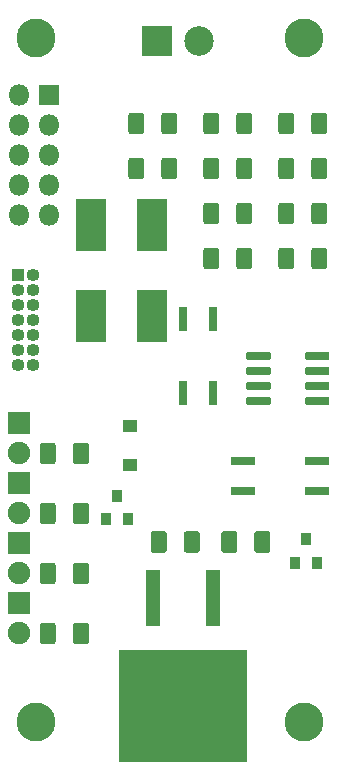
<source format=gbr>
%TF.GenerationSoftware,KiCad,Pcbnew,5.1.5+dfsg1-2build2*%
%TF.CreationDate,2022-11-14T11:38:36+01:00*%
%TF.ProjectId,ebus,65627573-2e6b-4696-9361-645f70636258,rev?*%
%TF.SameCoordinates,Original*%
%TF.FileFunction,Soldermask,Top*%
%TF.FilePolarity,Negative*%
%FSLAX46Y46*%
G04 Gerber Fmt 4.6, Leading zero omitted, Abs format (unit mm)*
G04 Created by KiCad (PCBNEW 5.1.5+dfsg1-2build2) date 2022-11-14 11:38:36*
%MOMM*%
%LPD*%
G04 APERTURE LIST*
%ADD10R,2.500000X4.500000*%
%ADD11O,1.100000X1.100000*%
%ADD12R,1.100000X1.100000*%
%ADD13R,2.100000X0.740000*%
%ADD14R,10.900000X9.500000*%
%ADD15R,1.200000X4.700000*%
%ADD16R,0.740000X2.100000*%
%ADD17O,1.800000X1.800000*%
%ADD18R,1.800000X1.800000*%
%ADD19C,3.300000*%
%ADD20C,0.100000*%
%ADD21R,0.900000X1.000000*%
%ADD22R,1.300000X1.000000*%
%ADD23C,2.500000*%
%ADD24R,2.500000X2.500000*%
%ADD25C,1.900000*%
%ADD26R,1.900000X1.900000*%
G04 APERTURE END LIST*
D10*
%TO.C,D3*%
X76768000Y-110276000D03*
X76768000Y-102576000D03*
X71568000Y-102576000D03*
X71568000Y-110276000D03*
%TD*%
D11*
%TO.C,J8*%
X66675000Y-114427000D03*
X65405000Y-114427000D03*
X66675000Y-113157000D03*
X65405000Y-113157000D03*
X66675000Y-111887000D03*
X65405000Y-111887000D03*
X66675000Y-110617000D03*
X65405000Y-110617000D03*
X66675000Y-109347000D03*
X65405000Y-109347000D03*
X66675000Y-108077000D03*
X65405000Y-108077000D03*
X66675000Y-106807000D03*
D12*
X65405000Y-106807000D03*
%TD*%
D13*
%TO.C,U4*%
X84480000Y-125095000D03*
X84480000Y-122555000D03*
X90780000Y-122555000D03*
X90780000Y-125095000D03*
%TD*%
D14*
%TO.C,U3*%
X79375000Y-143329000D03*
D15*
X76835000Y-134179000D03*
X81915000Y-134179000D03*
%TD*%
D16*
%TO.C,U2*%
X81915000Y-116815000D03*
X79375000Y-116815000D03*
X79375000Y-110515000D03*
X81915000Y-110515000D03*
%TD*%
D17*
%TO.C,J3*%
X65532000Y-101727000D03*
X68072000Y-101727000D03*
X65532000Y-99187000D03*
X68072000Y-99187000D03*
X65532000Y-96647000D03*
X68072000Y-96647000D03*
X65532000Y-94107000D03*
X68072000Y-94107000D03*
X65532000Y-91567000D03*
D18*
X68072000Y-91567000D03*
%TD*%
D19*
%TO.C,H4*%
X89662000Y-144653000D03*
%TD*%
%TO.C,H3*%
X89662000Y-86741000D03*
%TD*%
%TO.C,H2*%
X66929000Y-144653000D03*
%TD*%
%TO.C,H1*%
X66929000Y-86741000D03*
%TD*%
D20*
%TO.C,U1*%
G36*
X91607153Y-113315843D02*
G01*
X91624141Y-113318363D01*
X91640800Y-113322535D01*
X91656970Y-113328321D01*
X91672494Y-113335664D01*
X91687225Y-113344493D01*
X91701019Y-113354723D01*
X91713744Y-113366256D01*
X91725277Y-113378981D01*
X91735507Y-113392775D01*
X91744336Y-113407506D01*
X91751679Y-113423030D01*
X91757465Y-113439200D01*
X91761637Y-113455859D01*
X91764157Y-113472847D01*
X91765000Y-113490000D01*
X91765000Y-113840000D01*
X91764157Y-113857153D01*
X91761637Y-113874141D01*
X91757465Y-113890800D01*
X91751679Y-113906970D01*
X91744336Y-113922494D01*
X91735507Y-113937225D01*
X91725277Y-113951019D01*
X91713744Y-113963744D01*
X91701019Y-113975277D01*
X91687225Y-113985507D01*
X91672494Y-113994336D01*
X91656970Y-114001679D01*
X91640800Y-114007465D01*
X91624141Y-114011637D01*
X91607153Y-114014157D01*
X91590000Y-114015000D01*
X89890000Y-114015000D01*
X89872847Y-114014157D01*
X89855859Y-114011637D01*
X89839200Y-114007465D01*
X89823030Y-114001679D01*
X89807506Y-113994336D01*
X89792775Y-113985507D01*
X89778981Y-113975277D01*
X89766256Y-113963744D01*
X89754723Y-113951019D01*
X89744493Y-113937225D01*
X89735664Y-113922494D01*
X89728321Y-113906970D01*
X89722535Y-113890800D01*
X89718363Y-113874141D01*
X89715843Y-113857153D01*
X89715000Y-113840000D01*
X89715000Y-113490000D01*
X89715843Y-113472847D01*
X89718363Y-113455859D01*
X89722535Y-113439200D01*
X89728321Y-113423030D01*
X89735664Y-113407506D01*
X89744493Y-113392775D01*
X89754723Y-113378981D01*
X89766256Y-113366256D01*
X89778981Y-113354723D01*
X89792775Y-113344493D01*
X89807506Y-113335664D01*
X89823030Y-113328321D01*
X89839200Y-113322535D01*
X89855859Y-113318363D01*
X89872847Y-113315843D01*
X89890000Y-113315000D01*
X91590000Y-113315000D01*
X91607153Y-113315843D01*
G37*
G36*
X91607153Y-114585843D02*
G01*
X91624141Y-114588363D01*
X91640800Y-114592535D01*
X91656970Y-114598321D01*
X91672494Y-114605664D01*
X91687225Y-114614493D01*
X91701019Y-114624723D01*
X91713744Y-114636256D01*
X91725277Y-114648981D01*
X91735507Y-114662775D01*
X91744336Y-114677506D01*
X91751679Y-114693030D01*
X91757465Y-114709200D01*
X91761637Y-114725859D01*
X91764157Y-114742847D01*
X91765000Y-114760000D01*
X91765000Y-115110000D01*
X91764157Y-115127153D01*
X91761637Y-115144141D01*
X91757465Y-115160800D01*
X91751679Y-115176970D01*
X91744336Y-115192494D01*
X91735507Y-115207225D01*
X91725277Y-115221019D01*
X91713744Y-115233744D01*
X91701019Y-115245277D01*
X91687225Y-115255507D01*
X91672494Y-115264336D01*
X91656970Y-115271679D01*
X91640800Y-115277465D01*
X91624141Y-115281637D01*
X91607153Y-115284157D01*
X91590000Y-115285000D01*
X89890000Y-115285000D01*
X89872847Y-115284157D01*
X89855859Y-115281637D01*
X89839200Y-115277465D01*
X89823030Y-115271679D01*
X89807506Y-115264336D01*
X89792775Y-115255507D01*
X89778981Y-115245277D01*
X89766256Y-115233744D01*
X89754723Y-115221019D01*
X89744493Y-115207225D01*
X89735664Y-115192494D01*
X89728321Y-115176970D01*
X89722535Y-115160800D01*
X89718363Y-115144141D01*
X89715843Y-115127153D01*
X89715000Y-115110000D01*
X89715000Y-114760000D01*
X89715843Y-114742847D01*
X89718363Y-114725859D01*
X89722535Y-114709200D01*
X89728321Y-114693030D01*
X89735664Y-114677506D01*
X89744493Y-114662775D01*
X89754723Y-114648981D01*
X89766256Y-114636256D01*
X89778981Y-114624723D01*
X89792775Y-114614493D01*
X89807506Y-114605664D01*
X89823030Y-114598321D01*
X89839200Y-114592535D01*
X89855859Y-114588363D01*
X89872847Y-114585843D01*
X89890000Y-114585000D01*
X91590000Y-114585000D01*
X91607153Y-114585843D01*
G37*
G36*
X91607153Y-115855843D02*
G01*
X91624141Y-115858363D01*
X91640800Y-115862535D01*
X91656970Y-115868321D01*
X91672494Y-115875664D01*
X91687225Y-115884493D01*
X91701019Y-115894723D01*
X91713744Y-115906256D01*
X91725277Y-115918981D01*
X91735507Y-115932775D01*
X91744336Y-115947506D01*
X91751679Y-115963030D01*
X91757465Y-115979200D01*
X91761637Y-115995859D01*
X91764157Y-116012847D01*
X91765000Y-116030000D01*
X91765000Y-116380000D01*
X91764157Y-116397153D01*
X91761637Y-116414141D01*
X91757465Y-116430800D01*
X91751679Y-116446970D01*
X91744336Y-116462494D01*
X91735507Y-116477225D01*
X91725277Y-116491019D01*
X91713744Y-116503744D01*
X91701019Y-116515277D01*
X91687225Y-116525507D01*
X91672494Y-116534336D01*
X91656970Y-116541679D01*
X91640800Y-116547465D01*
X91624141Y-116551637D01*
X91607153Y-116554157D01*
X91590000Y-116555000D01*
X89890000Y-116555000D01*
X89872847Y-116554157D01*
X89855859Y-116551637D01*
X89839200Y-116547465D01*
X89823030Y-116541679D01*
X89807506Y-116534336D01*
X89792775Y-116525507D01*
X89778981Y-116515277D01*
X89766256Y-116503744D01*
X89754723Y-116491019D01*
X89744493Y-116477225D01*
X89735664Y-116462494D01*
X89728321Y-116446970D01*
X89722535Y-116430800D01*
X89718363Y-116414141D01*
X89715843Y-116397153D01*
X89715000Y-116380000D01*
X89715000Y-116030000D01*
X89715843Y-116012847D01*
X89718363Y-115995859D01*
X89722535Y-115979200D01*
X89728321Y-115963030D01*
X89735664Y-115947506D01*
X89744493Y-115932775D01*
X89754723Y-115918981D01*
X89766256Y-115906256D01*
X89778981Y-115894723D01*
X89792775Y-115884493D01*
X89807506Y-115875664D01*
X89823030Y-115868321D01*
X89839200Y-115862535D01*
X89855859Y-115858363D01*
X89872847Y-115855843D01*
X89890000Y-115855000D01*
X91590000Y-115855000D01*
X91607153Y-115855843D01*
G37*
G36*
X91607153Y-117125843D02*
G01*
X91624141Y-117128363D01*
X91640800Y-117132535D01*
X91656970Y-117138321D01*
X91672494Y-117145664D01*
X91687225Y-117154493D01*
X91701019Y-117164723D01*
X91713744Y-117176256D01*
X91725277Y-117188981D01*
X91735507Y-117202775D01*
X91744336Y-117217506D01*
X91751679Y-117233030D01*
X91757465Y-117249200D01*
X91761637Y-117265859D01*
X91764157Y-117282847D01*
X91765000Y-117300000D01*
X91765000Y-117650000D01*
X91764157Y-117667153D01*
X91761637Y-117684141D01*
X91757465Y-117700800D01*
X91751679Y-117716970D01*
X91744336Y-117732494D01*
X91735507Y-117747225D01*
X91725277Y-117761019D01*
X91713744Y-117773744D01*
X91701019Y-117785277D01*
X91687225Y-117795507D01*
X91672494Y-117804336D01*
X91656970Y-117811679D01*
X91640800Y-117817465D01*
X91624141Y-117821637D01*
X91607153Y-117824157D01*
X91590000Y-117825000D01*
X89890000Y-117825000D01*
X89872847Y-117824157D01*
X89855859Y-117821637D01*
X89839200Y-117817465D01*
X89823030Y-117811679D01*
X89807506Y-117804336D01*
X89792775Y-117795507D01*
X89778981Y-117785277D01*
X89766256Y-117773744D01*
X89754723Y-117761019D01*
X89744493Y-117747225D01*
X89735664Y-117732494D01*
X89728321Y-117716970D01*
X89722535Y-117700800D01*
X89718363Y-117684141D01*
X89715843Y-117667153D01*
X89715000Y-117650000D01*
X89715000Y-117300000D01*
X89715843Y-117282847D01*
X89718363Y-117265859D01*
X89722535Y-117249200D01*
X89728321Y-117233030D01*
X89735664Y-117217506D01*
X89744493Y-117202775D01*
X89754723Y-117188981D01*
X89766256Y-117176256D01*
X89778981Y-117164723D01*
X89792775Y-117154493D01*
X89807506Y-117145664D01*
X89823030Y-117138321D01*
X89839200Y-117132535D01*
X89855859Y-117128363D01*
X89872847Y-117125843D01*
X89890000Y-117125000D01*
X91590000Y-117125000D01*
X91607153Y-117125843D01*
G37*
G36*
X86657153Y-117125843D02*
G01*
X86674141Y-117128363D01*
X86690800Y-117132535D01*
X86706970Y-117138321D01*
X86722494Y-117145664D01*
X86737225Y-117154493D01*
X86751019Y-117164723D01*
X86763744Y-117176256D01*
X86775277Y-117188981D01*
X86785507Y-117202775D01*
X86794336Y-117217506D01*
X86801679Y-117233030D01*
X86807465Y-117249200D01*
X86811637Y-117265859D01*
X86814157Y-117282847D01*
X86815000Y-117300000D01*
X86815000Y-117650000D01*
X86814157Y-117667153D01*
X86811637Y-117684141D01*
X86807465Y-117700800D01*
X86801679Y-117716970D01*
X86794336Y-117732494D01*
X86785507Y-117747225D01*
X86775277Y-117761019D01*
X86763744Y-117773744D01*
X86751019Y-117785277D01*
X86737225Y-117795507D01*
X86722494Y-117804336D01*
X86706970Y-117811679D01*
X86690800Y-117817465D01*
X86674141Y-117821637D01*
X86657153Y-117824157D01*
X86640000Y-117825000D01*
X84940000Y-117825000D01*
X84922847Y-117824157D01*
X84905859Y-117821637D01*
X84889200Y-117817465D01*
X84873030Y-117811679D01*
X84857506Y-117804336D01*
X84842775Y-117795507D01*
X84828981Y-117785277D01*
X84816256Y-117773744D01*
X84804723Y-117761019D01*
X84794493Y-117747225D01*
X84785664Y-117732494D01*
X84778321Y-117716970D01*
X84772535Y-117700800D01*
X84768363Y-117684141D01*
X84765843Y-117667153D01*
X84765000Y-117650000D01*
X84765000Y-117300000D01*
X84765843Y-117282847D01*
X84768363Y-117265859D01*
X84772535Y-117249200D01*
X84778321Y-117233030D01*
X84785664Y-117217506D01*
X84794493Y-117202775D01*
X84804723Y-117188981D01*
X84816256Y-117176256D01*
X84828981Y-117164723D01*
X84842775Y-117154493D01*
X84857506Y-117145664D01*
X84873030Y-117138321D01*
X84889200Y-117132535D01*
X84905859Y-117128363D01*
X84922847Y-117125843D01*
X84940000Y-117125000D01*
X86640000Y-117125000D01*
X86657153Y-117125843D01*
G37*
G36*
X86657153Y-115855843D02*
G01*
X86674141Y-115858363D01*
X86690800Y-115862535D01*
X86706970Y-115868321D01*
X86722494Y-115875664D01*
X86737225Y-115884493D01*
X86751019Y-115894723D01*
X86763744Y-115906256D01*
X86775277Y-115918981D01*
X86785507Y-115932775D01*
X86794336Y-115947506D01*
X86801679Y-115963030D01*
X86807465Y-115979200D01*
X86811637Y-115995859D01*
X86814157Y-116012847D01*
X86815000Y-116030000D01*
X86815000Y-116380000D01*
X86814157Y-116397153D01*
X86811637Y-116414141D01*
X86807465Y-116430800D01*
X86801679Y-116446970D01*
X86794336Y-116462494D01*
X86785507Y-116477225D01*
X86775277Y-116491019D01*
X86763744Y-116503744D01*
X86751019Y-116515277D01*
X86737225Y-116525507D01*
X86722494Y-116534336D01*
X86706970Y-116541679D01*
X86690800Y-116547465D01*
X86674141Y-116551637D01*
X86657153Y-116554157D01*
X86640000Y-116555000D01*
X84940000Y-116555000D01*
X84922847Y-116554157D01*
X84905859Y-116551637D01*
X84889200Y-116547465D01*
X84873030Y-116541679D01*
X84857506Y-116534336D01*
X84842775Y-116525507D01*
X84828981Y-116515277D01*
X84816256Y-116503744D01*
X84804723Y-116491019D01*
X84794493Y-116477225D01*
X84785664Y-116462494D01*
X84778321Y-116446970D01*
X84772535Y-116430800D01*
X84768363Y-116414141D01*
X84765843Y-116397153D01*
X84765000Y-116380000D01*
X84765000Y-116030000D01*
X84765843Y-116012847D01*
X84768363Y-115995859D01*
X84772535Y-115979200D01*
X84778321Y-115963030D01*
X84785664Y-115947506D01*
X84794493Y-115932775D01*
X84804723Y-115918981D01*
X84816256Y-115906256D01*
X84828981Y-115894723D01*
X84842775Y-115884493D01*
X84857506Y-115875664D01*
X84873030Y-115868321D01*
X84889200Y-115862535D01*
X84905859Y-115858363D01*
X84922847Y-115855843D01*
X84940000Y-115855000D01*
X86640000Y-115855000D01*
X86657153Y-115855843D01*
G37*
G36*
X86657153Y-114585843D02*
G01*
X86674141Y-114588363D01*
X86690800Y-114592535D01*
X86706970Y-114598321D01*
X86722494Y-114605664D01*
X86737225Y-114614493D01*
X86751019Y-114624723D01*
X86763744Y-114636256D01*
X86775277Y-114648981D01*
X86785507Y-114662775D01*
X86794336Y-114677506D01*
X86801679Y-114693030D01*
X86807465Y-114709200D01*
X86811637Y-114725859D01*
X86814157Y-114742847D01*
X86815000Y-114760000D01*
X86815000Y-115110000D01*
X86814157Y-115127153D01*
X86811637Y-115144141D01*
X86807465Y-115160800D01*
X86801679Y-115176970D01*
X86794336Y-115192494D01*
X86785507Y-115207225D01*
X86775277Y-115221019D01*
X86763744Y-115233744D01*
X86751019Y-115245277D01*
X86737225Y-115255507D01*
X86722494Y-115264336D01*
X86706970Y-115271679D01*
X86690800Y-115277465D01*
X86674141Y-115281637D01*
X86657153Y-115284157D01*
X86640000Y-115285000D01*
X84940000Y-115285000D01*
X84922847Y-115284157D01*
X84905859Y-115281637D01*
X84889200Y-115277465D01*
X84873030Y-115271679D01*
X84857506Y-115264336D01*
X84842775Y-115255507D01*
X84828981Y-115245277D01*
X84816256Y-115233744D01*
X84804723Y-115221019D01*
X84794493Y-115207225D01*
X84785664Y-115192494D01*
X84778321Y-115176970D01*
X84772535Y-115160800D01*
X84768363Y-115144141D01*
X84765843Y-115127153D01*
X84765000Y-115110000D01*
X84765000Y-114760000D01*
X84765843Y-114742847D01*
X84768363Y-114725859D01*
X84772535Y-114709200D01*
X84778321Y-114693030D01*
X84785664Y-114677506D01*
X84794493Y-114662775D01*
X84804723Y-114648981D01*
X84816256Y-114636256D01*
X84828981Y-114624723D01*
X84842775Y-114614493D01*
X84857506Y-114605664D01*
X84873030Y-114598321D01*
X84889200Y-114592535D01*
X84905859Y-114588363D01*
X84922847Y-114585843D01*
X84940000Y-114585000D01*
X86640000Y-114585000D01*
X86657153Y-114585843D01*
G37*
G36*
X86657153Y-113315843D02*
G01*
X86674141Y-113318363D01*
X86690800Y-113322535D01*
X86706970Y-113328321D01*
X86722494Y-113335664D01*
X86737225Y-113344493D01*
X86751019Y-113354723D01*
X86763744Y-113366256D01*
X86775277Y-113378981D01*
X86785507Y-113392775D01*
X86794336Y-113407506D01*
X86801679Y-113423030D01*
X86807465Y-113439200D01*
X86811637Y-113455859D01*
X86814157Y-113472847D01*
X86815000Y-113490000D01*
X86815000Y-113840000D01*
X86814157Y-113857153D01*
X86811637Y-113874141D01*
X86807465Y-113890800D01*
X86801679Y-113906970D01*
X86794336Y-113922494D01*
X86785507Y-113937225D01*
X86775277Y-113951019D01*
X86763744Y-113963744D01*
X86751019Y-113975277D01*
X86737225Y-113985507D01*
X86722494Y-113994336D01*
X86706970Y-114001679D01*
X86690800Y-114007465D01*
X86674141Y-114011637D01*
X86657153Y-114014157D01*
X86640000Y-114015000D01*
X84940000Y-114015000D01*
X84922847Y-114014157D01*
X84905859Y-114011637D01*
X84889200Y-114007465D01*
X84873030Y-114001679D01*
X84857506Y-113994336D01*
X84842775Y-113985507D01*
X84828981Y-113975277D01*
X84816256Y-113963744D01*
X84804723Y-113951019D01*
X84794493Y-113937225D01*
X84785664Y-113922494D01*
X84778321Y-113906970D01*
X84772535Y-113890800D01*
X84768363Y-113874141D01*
X84765843Y-113857153D01*
X84765000Y-113840000D01*
X84765000Y-113490000D01*
X84765843Y-113472847D01*
X84768363Y-113455859D01*
X84772535Y-113439200D01*
X84778321Y-113423030D01*
X84785664Y-113407506D01*
X84794493Y-113392775D01*
X84804723Y-113378981D01*
X84816256Y-113366256D01*
X84828981Y-113354723D01*
X84842775Y-113344493D01*
X84857506Y-113335664D01*
X84873030Y-113328321D01*
X84889200Y-113322535D01*
X84905859Y-113318363D01*
X84922847Y-113315843D01*
X84940000Y-113315000D01*
X86640000Y-113315000D01*
X86657153Y-113315843D01*
G37*
%TD*%
D21*
%TO.C,Q1*%
X73787000Y-125492000D03*
X74737000Y-127492000D03*
X72837000Y-127492000D03*
%TD*%
%TO.C,D7*%
X89789000Y-129175000D03*
X90739000Y-131175000D03*
X88839000Y-131175000D03*
%TD*%
D22*
%TO.C,D1*%
X74930000Y-122935000D03*
X74930000Y-119635000D03*
%TD*%
D20*
%TO.C,R19*%
G36*
X71173465Y-120996300D02*
G01*
X71199674Y-121000188D01*
X71225377Y-121006626D01*
X71250325Y-121015553D01*
X71274277Y-121026881D01*
X71297004Y-121040503D01*
X71318286Y-121056287D01*
X71337919Y-121074081D01*
X71355713Y-121093714D01*
X71371497Y-121114996D01*
X71385119Y-121137723D01*
X71396447Y-121161675D01*
X71405374Y-121186623D01*
X71411812Y-121212326D01*
X71415700Y-121238535D01*
X71417000Y-121265000D01*
X71417000Y-122575000D01*
X71415700Y-122601465D01*
X71411812Y-122627674D01*
X71405374Y-122653377D01*
X71396447Y-122678325D01*
X71385119Y-122702277D01*
X71371497Y-122725004D01*
X71355713Y-122746286D01*
X71337919Y-122765919D01*
X71318286Y-122783713D01*
X71297004Y-122799497D01*
X71274277Y-122813119D01*
X71250325Y-122824447D01*
X71225377Y-122833374D01*
X71199674Y-122839812D01*
X71173465Y-122843700D01*
X71147000Y-122845000D01*
X70337000Y-122845000D01*
X70310535Y-122843700D01*
X70284326Y-122839812D01*
X70258623Y-122833374D01*
X70233675Y-122824447D01*
X70209723Y-122813119D01*
X70186996Y-122799497D01*
X70165714Y-122783713D01*
X70146081Y-122765919D01*
X70128287Y-122746286D01*
X70112503Y-122725004D01*
X70098881Y-122702277D01*
X70087553Y-122678325D01*
X70078626Y-122653377D01*
X70072188Y-122627674D01*
X70068300Y-122601465D01*
X70067000Y-122575000D01*
X70067000Y-121265000D01*
X70068300Y-121238535D01*
X70072188Y-121212326D01*
X70078626Y-121186623D01*
X70087553Y-121161675D01*
X70098881Y-121137723D01*
X70112503Y-121114996D01*
X70128287Y-121093714D01*
X70146081Y-121074081D01*
X70165714Y-121056287D01*
X70186996Y-121040503D01*
X70209723Y-121026881D01*
X70233675Y-121015553D01*
X70258623Y-121006626D01*
X70284326Y-121000188D01*
X70310535Y-120996300D01*
X70337000Y-120995000D01*
X71147000Y-120995000D01*
X71173465Y-120996300D01*
G37*
G36*
X68373465Y-120996300D02*
G01*
X68399674Y-121000188D01*
X68425377Y-121006626D01*
X68450325Y-121015553D01*
X68474277Y-121026881D01*
X68497004Y-121040503D01*
X68518286Y-121056287D01*
X68537919Y-121074081D01*
X68555713Y-121093714D01*
X68571497Y-121114996D01*
X68585119Y-121137723D01*
X68596447Y-121161675D01*
X68605374Y-121186623D01*
X68611812Y-121212326D01*
X68615700Y-121238535D01*
X68617000Y-121265000D01*
X68617000Y-122575000D01*
X68615700Y-122601465D01*
X68611812Y-122627674D01*
X68605374Y-122653377D01*
X68596447Y-122678325D01*
X68585119Y-122702277D01*
X68571497Y-122725004D01*
X68555713Y-122746286D01*
X68537919Y-122765919D01*
X68518286Y-122783713D01*
X68497004Y-122799497D01*
X68474277Y-122813119D01*
X68450325Y-122824447D01*
X68425377Y-122833374D01*
X68399674Y-122839812D01*
X68373465Y-122843700D01*
X68347000Y-122845000D01*
X67537000Y-122845000D01*
X67510535Y-122843700D01*
X67484326Y-122839812D01*
X67458623Y-122833374D01*
X67433675Y-122824447D01*
X67409723Y-122813119D01*
X67386996Y-122799497D01*
X67365714Y-122783713D01*
X67346081Y-122765919D01*
X67328287Y-122746286D01*
X67312503Y-122725004D01*
X67298881Y-122702277D01*
X67287553Y-122678325D01*
X67278626Y-122653377D01*
X67272188Y-122627674D01*
X67268300Y-122601465D01*
X67267000Y-122575000D01*
X67267000Y-121265000D01*
X67268300Y-121238535D01*
X67272188Y-121212326D01*
X67278626Y-121186623D01*
X67287553Y-121161675D01*
X67298881Y-121137723D01*
X67312503Y-121114996D01*
X67328287Y-121093714D01*
X67346081Y-121074081D01*
X67365714Y-121056287D01*
X67386996Y-121040503D01*
X67409723Y-121026881D01*
X67433675Y-121015553D01*
X67458623Y-121006626D01*
X67484326Y-121000188D01*
X67510535Y-120996300D01*
X67537000Y-120995000D01*
X68347000Y-120995000D01*
X68373465Y-120996300D01*
G37*
%TD*%
%TO.C,R17*%
G36*
X71173465Y-136236300D02*
G01*
X71199674Y-136240188D01*
X71225377Y-136246626D01*
X71250325Y-136255553D01*
X71274277Y-136266881D01*
X71297004Y-136280503D01*
X71318286Y-136296287D01*
X71337919Y-136314081D01*
X71355713Y-136333714D01*
X71371497Y-136354996D01*
X71385119Y-136377723D01*
X71396447Y-136401675D01*
X71405374Y-136426623D01*
X71411812Y-136452326D01*
X71415700Y-136478535D01*
X71417000Y-136505000D01*
X71417000Y-137815000D01*
X71415700Y-137841465D01*
X71411812Y-137867674D01*
X71405374Y-137893377D01*
X71396447Y-137918325D01*
X71385119Y-137942277D01*
X71371497Y-137965004D01*
X71355713Y-137986286D01*
X71337919Y-138005919D01*
X71318286Y-138023713D01*
X71297004Y-138039497D01*
X71274277Y-138053119D01*
X71250325Y-138064447D01*
X71225377Y-138073374D01*
X71199674Y-138079812D01*
X71173465Y-138083700D01*
X71147000Y-138085000D01*
X70337000Y-138085000D01*
X70310535Y-138083700D01*
X70284326Y-138079812D01*
X70258623Y-138073374D01*
X70233675Y-138064447D01*
X70209723Y-138053119D01*
X70186996Y-138039497D01*
X70165714Y-138023713D01*
X70146081Y-138005919D01*
X70128287Y-137986286D01*
X70112503Y-137965004D01*
X70098881Y-137942277D01*
X70087553Y-137918325D01*
X70078626Y-137893377D01*
X70072188Y-137867674D01*
X70068300Y-137841465D01*
X70067000Y-137815000D01*
X70067000Y-136505000D01*
X70068300Y-136478535D01*
X70072188Y-136452326D01*
X70078626Y-136426623D01*
X70087553Y-136401675D01*
X70098881Y-136377723D01*
X70112503Y-136354996D01*
X70128287Y-136333714D01*
X70146081Y-136314081D01*
X70165714Y-136296287D01*
X70186996Y-136280503D01*
X70209723Y-136266881D01*
X70233675Y-136255553D01*
X70258623Y-136246626D01*
X70284326Y-136240188D01*
X70310535Y-136236300D01*
X70337000Y-136235000D01*
X71147000Y-136235000D01*
X71173465Y-136236300D01*
G37*
G36*
X68373465Y-136236300D02*
G01*
X68399674Y-136240188D01*
X68425377Y-136246626D01*
X68450325Y-136255553D01*
X68474277Y-136266881D01*
X68497004Y-136280503D01*
X68518286Y-136296287D01*
X68537919Y-136314081D01*
X68555713Y-136333714D01*
X68571497Y-136354996D01*
X68585119Y-136377723D01*
X68596447Y-136401675D01*
X68605374Y-136426623D01*
X68611812Y-136452326D01*
X68615700Y-136478535D01*
X68617000Y-136505000D01*
X68617000Y-137815000D01*
X68615700Y-137841465D01*
X68611812Y-137867674D01*
X68605374Y-137893377D01*
X68596447Y-137918325D01*
X68585119Y-137942277D01*
X68571497Y-137965004D01*
X68555713Y-137986286D01*
X68537919Y-138005919D01*
X68518286Y-138023713D01*
X68497004Y-138039497D01*
X68474277Y-138053119D01*
X68450325Y-138064447D01*
X68425377Y-138073374D01*
X68399674Y-138079812D01*
X68373465Y-138083700D01*
X68347000Y-138085000D01*
X67537000Y-138085000D01*
X67510535Y-138083700D01*
X67484326Y-138079812D01*
X67458623Y-138073374D01*
X67433675Y-138064447D01*
X67409723Y-138053119D01*
X67386996Y-138039497D01*
X67365714Y-138023713D01*
X67346081Y-138005919D01*
X67328287Y-137986286D01*
X67312503Y-137965004D01*
X67298881Y-137942277D01*
X67287553Y-137918325D01*
X67278626Y-137893377D01*
X67272188Y-137867674D01*
X67268300Y-137841465D01*
X67267000Y-137815000D01*
X67267000Y-136505000D01*
X67268300Y-136478535D01*
X67272188Y-136452326D01*
X67278626Y-136426623D01*
X67287553Y-136401675D01*
X67298881Y-136377723D01*
X67312503Y-136354996D01*
X67328287Y-136333714D01*
X67346081Y-136314081D01*
X67365714Y-136296287D01*
X67386996Y-136280503D01*
X67409723Y-136266881D01*
X67433675Y-136255553D01*
X67458623Y-136246626D01*
X67484326Y-136240188D01*
X67510535Y-136236300D01*
X67537000Y-136235000D01*
X68347000Y-136235000D01*
X68373465Y-136236300D01*
G37*
%TD*%
%TO.C,R16*%
G36*
X71173465Y-126076300D02*
G01*
X71199674Y-126080188D01*
X71225377Y-126086626D01*
X71250325Y-126095553D01*
X71274277Y-126106881D01*
X71297004Y-126120503D01*
X71318286Y-126136287D01*
X71337919Y-126154081D01*
X71355713Y-126173714D01*
X71371497Y-126194996D01*
X71385119Y-126217723D01*
X71396447Y-126241675D01*
X71405374Y-126266623D01*
X71411812Y-126292326D01*
X71415700Y-126318535D01*
X71417000Y-126345000D01*
X71417000Y-127655000D01*
X71415700Y-127681465D01*
X71411812Y-127707674D01*
X71405374Y-127733377D01*
X71396447Y-127758325D01*
X71385119Y-127782277D01*
X71371497Y-127805004D01*
X71355713Y-127826286D01*
X71337919Y-127845919D01*
X71318286Y-127863713D01*
X71297004Y-127879497D01*
X71274277Y-127893119D01*
X71250325Y-127904447D01*
X71225377Y-127913374D01*
X71199674Y-127919812D01*
X71173465Y-127923700D01*
X71147000Y-127925000D01*
X70337000Y-127925000D01*
X70310535Y-127923700D01*
X70284326Y-127919812D01*
X70258623Y-127913374D01*
X70233675Y-127904447D01*
X70209723Y-127893119D01*
X70186996Y-127879497D01*
X70165714Y-127863713D01*
X70146081Y-127845919D01*
X70128287Y-127826286D01*
X70112503Y-127805004D01*
X70098881Y-127782277D01*
X70087553Y-127758325D01*
X70078626Y-127733377D01*
X70072188Y-127707674D01*
X70068300Y-127681465D01*
X70067000Y-127655000D01*
X70067000Y-126345000D01*
X70068300Y-126318535D01*
X70072188Y-126292326D01*
X70078626Y-126266623D01*
X70087553Y-126241675D01*
X70098881Y-126217723D01*
X70112503Y-126194996D01*
X70128287Y-126173714D01*
X70146081Y-126154081D01*
X70165714Y-126136287D01*
X70186996Y-126120503D01*
X70209723Y-126106881D01*
X70233675Y-126095553D01*
X70258623Y-126086626D01*
X70284326Y-126080188D01*
X70310535Y-126076300D01*
X70337000Y-126075000D01*
X71147000Y-126075000D01*
X71173465Y-126076300D01*
G37*
G36*
X68373465Y-126076300D02*
G01*
X68399674Y-126080188D01*
X68425377Y-126086626D01*
X68450325Y-126095553D01*
X68474277Y-126106881D01*
X68497004Y-126120503D01*
X68518286Y-126136287D01*
X68537919Y-126154081D01*
X68555713Y-126173714D01*
X68571497Y-126194996D01*
X68585119Y-126217723D01*
X68596447Y-126241675D01*
X68605374Y-126266623D01*
X68611812Y-126292326D01*
X68615700Y-126318535D01*
X68617000Y-126345000D01*
X68617000Y-127655000D01*
X68615700Y-127681465D01*
X68611812Y-127707674D01*
X68605374Y-127733377D01*
X68596447Y-127758325D01*
X68585119Y-127782277D01*
X68571497Y-127805004D01*
X68555713Y-127826286D01*
X68537919Y-127845919D01*
X68518286Y-127863713D01*
X68497004Y-127879497D01*
X68474277Y-127893119D01*
X68450325Y-127904447D01*
X68425377Y-127913374D01*
X68399674Y-127919812D01*
X68373465Y-127923700D01*
X68347000Y-127925000D01*
X67537000Y-127925000D01*
X67510535Y-127923700D01*
X67484326Y-127919812D01*
X67458623Y-127913374D01*
X67433675Y-127904447D01*
X67409723Y-127893119D01*
X67386996Y-127879497D01*
X67365714Y-127863713D01*
X67346081Y-127845919D01*
X67328287Y-127826286D01*
X67312503Y-127805004D01*
X67298881Y-127782277D01*
X67287553Y-127758325D01*
X67278626Y-127733377D01*
X67272188Y-127707674D01*
X67268300Y-127681465D01*
X67267000Y-127655000D01*
X67267000Y-126345000D01*
X67268300Y-126318535D01*
X67272188Y-126292326D01*
X67278626Y-126266623D01*
X67287553Y-126241675D01*
X67298881Y-126217723D01*
X67312503Y-126194996D01*
X67328287Y-126173714D01*
X67346081Y-126154081D01*
X67365714Y-126136287D01*
X67386996Y-126120503D01*
X67409723Y-126106881D01*
X67433675Y-126095553D01*
X67458623Y-126086626D01*
X67484326Y-126080188D01*
X67510535Y-126076300D01*
X67537000Y-126075000D01*
X68347000Y-126075000D01*
X68373465Y-126076300D01*
G37*
%TD*%
%TO.C,R15*%
G36*
X78666465Y-93056300D02*
G01*
X78692674Y-93060188D01*
X78718377Y-93066626D01*
X78743325Y-93075553D01*
X78767277Y-93086881D01*
X78790004Y-93100503D01*
X78811286Y-93116287D01*
X78830919Y-93134081D01*
X78848713Y-93153714D01*
X78864497Y-93174996D01*
X78878119Y-93197723D01*
X78889447Y-93221675D01*
X78898374Y-93246623D01*
X78904812Y-93272326D01*
X78908700Y-93298535D01*
X78910000Y-93325000D01*
X78910000Y-94635000D01*
X78908700Y-94661465D01*
X78904812Y-94687674D01*
X78898374Y-94713377D01*
X78889447Y-94738325D01*
X78878119Y-94762277D01*
X78864497Y-94785004D01*
X78848713Y-94806286D01*
X78830919Y-94825919D01*
X78811286Y-94843713D01*
X78790004Y-94859497D01*
X78767277Y-94873119D01*
X78743325Y-94884447D01*
X78718377Y-94893374D01*
X78692674Y-94899812D01*
X78666465Y-94903700D01*
X78640000Y-94905000D01*
X77830000Y-94905000D01*
X77803535Y-94903700D01*
X77777326Y-94899812D01*
X77751623Y-94893374D01*
X77726675Y-94884447D01*
X77702723Y-94873119D01*
X77679996Y-94859497D01*
X77658714Y-94843713D01*
X77639081Y-94825919D01*
X77621287Y-94806286D01*
X77605503Y-94785004D01*
X77591881Y-94762277D01*
X77580553Y-94738325D01*
X77571626Y-94713377D01*
X77565188Y-94687674D01*
X77561300Y-94661465D01*
X77560000Y-94635000D01*
X77560000Y-93325000D01*
X77561300Y-93298535D01*
X77565188Y-93272326D01*
X77571626Y-93246623D01*
X77580553Y-93221675D01*
X77591881Y-93197723D01*
X77605503Y-93174996D01*
X77621287Y-93153714D01*
X77639081Y-93134081D01*
X77658714Y-93116287D01*
X77679996Y-93100503D01*
X77702723Y-93086881D01*
X77726675Y-93075553D01*
X77751623Y-93066626D01*
X77777326Y-93060188D01*
X77803535Y-93056300D01*
X77830000Y-93055000D01*
X78640000Y-93055000D01*
X78666465Y-93056300D01*
G37*
G36*
X75866465Y-93056300D02*
G01*
X75892674Y-93060188D01*
X75918377Y-93066626D01*
X75943325Y-93075553D01*
X75967277Y-93086881D01*
X75990004Y-93100503D01*
X76011286Y-93116287D01*
X76030919Y-93134081D01*
X76048713Y-93153714D01*
X76064497Y-93174996D01*
X76078119Y-93197723D01*
X76089447Y-93221675D01*
X76098374Y-93246623D01*
X76104812Y-93272326D01*
X76108700Y-93298535D01*
X76110000Y-93325000D01*
X76110000Y-94635000D01*
X76108700Y-94661465D01*
X76104812Y-94687674D01*
X76098374Y-94713377D01*
X76089447Y-94738325D01*
X76078119Y-94762277D01*
X76064497Y-94785004D01*
X76048713Y-94806286D01*
X76030919Y-94825919D01*
X76011286Y-94843713D01*
X75990004Y-94859497D01*
X75967277Y-94873119D01*
X75943325Y-94884447D01*
X75918377Y-94893374D01*
X75892674Y-94899812D01*
X75866465Y-94903700D01*
X75840000Y-94905000D01*
X75030000Y-94905000D01*
X75003535Y-94903700D01*
X74977326Y-94899812D01*
X74951623Y-94893374D01*
X74926675Y-94884447D01*
X74902723Y-94873119D01*
X74879996Y-94859497D01*
X74858714Y-94843713D01*
X74839081Y-94825919D01*
X74821287Y-94806286D01*
X74805503Y-94785004D01*
X74791881Y-94762277D01*
X74780553Y-94738325D01*
X74771626Y-94713377D01*
X74765188Y-94687674D01*
X74761300Y-94661465D01*
X74760000Y-94635000D01*
X74760000Y-93325000D01*
X74761300Y-93298535D01*
X74765188Y-93272326D01*
X74771626Y-93246623D01*
X74780553Y-93221675D01*
X74791881Y-93197723D01*
X74805503Y-93174996D01*
X74821287Y-93153714D01*
X74839081Y-93134081D01*
X74858714Y-93116287D01*
X74879996Y-93100503D01*
X74902723Y-93086881D01*
X74926675Y-93075553D01*
X74951623Y-93066626D01*
X74977326Y-93060188D01*
X75003535Y-93056300D01*
X75030000Y-93055000D01*
X75840000Y-93055000D01*
X75866465Y-93056300D01*
G37*
%TD*%
%TO.C,R14*%
G36*
X82216465Y-104486300D02*
G01*
X82242674Y-104490188D01*
X82268377Y-104496626D01*
X82293325Y-104505553D01*
X82317277Y-104516881D01*
X82340004Y-104530503D01*
X82361286Y-104546287D01*
X82380919Y-104564081D01*
X82398713Y-104583714D01*
X82414497Y-104604996D01*
X82428119Y-104627723D01*
X82439447Y-104651675D01*
X82448374Y-104676623D01*
X82454812Y-104702326D01*
X82458700Y-104728535D01*
X82460000Y-104755000D01*
X82460000Y-106065000D01*
X82458700Y-106091465D01*
X82454812Y-106117674D01*
X82448374Y-106143377D01*
X82439447Y-106168325D01*
X82428119Y-106192277D01*
X82414497Y-106215004D01*
X82398713Y-106236286D01*
X82380919Y-106255919D01*
X82361286Y-106273713D01*
X82340004Y-106289497D01*
X82317277Y-106303119D01*
X82293325Y-106314447D01*
X82268377Y-106323374D01*
X82242674Y-106329812D01*
X82216465Y-106333700D01*
X82190000Y-106335000D01*
X81380000Y-106335000D01*
X81353535Y-106333700D01*
X81327326Y-106329812D01*
X81301623Y-106323374D01*
X81276675Y-106314447D01*
X81252723Y-106303119D01*
X81229996Y-106289497D01*
X81208714Y-106273713D01*
X81189081Y-106255919D01*
X81171287Y-106236286D01*
X81155503Y-106215004D01*
X81141881Y-106192277D01*
X81130553Y-106168325D01*
X81121626Y-106143377D01*
X81115188Y-106117674D01*
X81111300Y-106091465D01*
X81110000Y-106065000D01*
X81110000Y-104755000D01*
X81111300Y-104728535D01*
X81115188Y-104702326D01*
X81121626Y-104676623D01*
X81130553Y-104651675D01*
X81141881Y-104627723D01*
X81155503Y-104604996D01*
X81171287Y-104583714D01*
X81189081Y-104564081D01*
X81208714Y-104546287D01*
X81229996Y-104530503D01*
X81252723Y-104516881D01*
X81276675Y-104505553D01*
X81301623Y-104496626D01*
X81327326Y-104490188D01*
X81353535Y-104486300D01*
X81380000Y-104485000D01*
X82190000Y-104485000D01*
X82216465Y-104486300D01*
G37*
G36*
X85016465Y-104486300D02*
G01*
X85042674Y-104490188D01*
X85068377Y-104496626D01*
X85093325Y-104505553D01*
X85117277Y-104516881D01*
X85140004Y-104530503D01*
X85161286Y-104546287D01*
X85180919Y-104564081D01*
X85198713Y-104583714D01*
X85214497Y-104604996D01*
X85228119Y-104627723D01*
X85239447Y-104651675D01*
X85248374Y-104676623D01*
X85254812Y-104702326D01*
X85258700Y-104728535D01*
X85260000Y-104755000D01*
X85260000Y-106065000D01*
X85258700Y-106091465D01*
X85254812Y-106117674D01*
X85248374Y-106143377D01*
X85239447Y-106168325D01*
X85228119Y-106192277D01*
X85214497Y-106215004D01*
X85198713Y-106236286D01*
X85180919Y-106255919D01*
X85161286Y-106273713D01*
X85140004Y-106289497D01*
X85117277Y-106303119D01*
X85093325Y-106314447D01*
X85068377Y-106323374D01*
X85042674Y-106329812D01*
X85016465Y-106333700D01*
X84990000Y-106335000D01*
X84180000Y-106335000D01*
X84153535Y-106333700D01*
X84127326Y-106329812D01*
X84101623Y-106323374D01*
X84076675Y-106314447D01*
X84052723Y-106303119D01*
X84029996Y-106289497D01*
X84008714Y-106273713D01*
X83989081Y-106255919D01*
X83971287Y-106236286D01*
X83955503Y-106215004D01*
X83941881Y-106192277D01*
X83930553Y-106168325D01*
X83921626Y-106143377D01*
X83915188Y-106117674D01*
X83911300Y-106091465D01*
X83910000Y-106065000D01*
X83910000Y-104755000D01*
X83911300Y-104728535D01*
X83915188Y-104702326D01*
X83921626Y-104676623D01*
X83930553Y-104651675D01*
X83941881Y-104627723D01*
X83955503Y-104604996D01*
X83971287Y-104583714D01*
X83989081Y-104564081D01*
X84008714Y-104546287D01*
X84029996Y-104530503D01*
X84052723Y-104516881D01*
X84076675Y-104505553D01*
X84101623Y-104496626D01*
X84127326Y-104490188D01*
X84153535Y-104486300D01*
X84180000Y-104485000D01*
X84990000Y-104485000D01*
X85016465Y-104486300D01*
G37*
%TD*%
%TO.C,R13*%
G36*
X91366465Y-93056300D02*
G01*
X91392674Y-93060188D01*
X91418377Y-93066626D01*
X91443325Y-93075553D01*
X91467277Y-93086881D01*
X91490004Y-93100503D01*
X91511286Y-93116287D01*
X91530919Y-93134081D01*
X91548713Y-93153714D01*
X91564497Y-93174996D01*
X91578119Y-93197723D01*
X91589447Y-93221675D01*
X91598374Y-93246623D01*
X91604812Y-93272326D01*
X91608700Y-93298535D01*
X91610000Y-93325000D01*
X91610000Y-94635000D01*
X91608700Y-94661465D01*
X91604812Y-94687674D01*
X91598374Y-94713377D01*
X91589447Y-94738325D01*
X91578119Y-94762277D01*
X91564497Y-94785004D01*
X91548713Y-94806286D01*
X91530919Y-94825919D01*
X91511286Y-94843713D01*
X91490004Y-94859497D01*
X91467277Y-94873119D01*
X91443325Y-94884447D01*
X91418377Y-94893374D01*
X91392674Y-94899812D01*
X91366465Y-94903700D01*
X91340000Y-94905000D01*
X90530000Y-94905000D01*
X90503535Y-94903700D01*
X90477326Y-94899812D01*
X90451623Y-94893374D01*
X90426675Y-94884447D01*
X90402723Y-94873119D01*
X90379996Y-94859497D01*
X90358714Y-94843713D01*
X90339081Y-94825919D01*
X90321287Y-94806286D01*
X90305503Y-94785004D01*
X90291881Y-94762277D01*
X90280553Y-94738325D01*
X90271626Y-94713377D01*
X90265188Y-94687674D01*
X90261300Y-94661465D01*
X90260000Y-94635000D01*
X90260000Y-93325000D01*
X90261300Y-93298535D01*
X90265188Y-93272326D01*
X90271626Y-93246623D01*
X90280553Y-93221675D01*
X90291881Y-93197723D01*
X90305503Y-93174996D01*
X90321287Y-93153714D01*
X90339081Y-93134081D01*
X90358714Y-93116287D01*
X90379996Y-93100503D01*
X90402723Y-93086881D01*
X90426675Y-93075553D01*
X90451623Y-93066626D01*
X90477326Y-93060188D01*
X90503535Y-93056300D01*
X90530000Y-93055000D01*
X91340000Y-93055000D01*
X91366465Y-93056300D01*
G37*
G36*
X88566465Y-93056300D02*
G01*
X88592674Y-93060188D01*
X88618377Y-93066626D01*
X88643325Y-93075553D01*
X88667277Y-93086881D01*
X88690004Y-93100503D01*
X88711286Y-93116287D01*
X88730919Y-93134081D01*
X88748713Y-93153714D01*
X88764497Y-93174996D01*
X88778119Y-93197723D01*
X88789447Y-93221675D01*
X88798374Y-93246623D01*
X88804812Y-93272326D01*
X88808700Y-93298535D01*
X88810000Y-93325000D01*
X88810000Y-94635000D01*
X88808700Y-94661465D01*
X88804812Y-94687674D01*
X88798374Y-94713377D01*
X88789447Y-94738325D01*
X88778119Y-94762277D01*
X88764497Y-94785004D01*
X88748713Y-94806286D01*
X88730919Y-94825919D01*
X88711286Y-94843713D01*
X88690004Y-94859497D01*
X88667277Y-94873119D01*
X88643325Y-94884447D01*
X88618377Y-94893374D01*
X88592674Y-94899812D01*
X88566465Y-94903700D01*
X88540000Y-94905000D01*
X87730000Y-94905000D01*
X87703535Y-94903700D01*
X87677326Y-94899812D01*
X87651623Y-94893374D01*
X87626675Y-94884447D01*
X87602723Y-94873119D01*
X87579996Y-94859497D01*
X87558714Y-94843713D01*
X87539081Y-94825919D01*
X87521287Y-94806286D01*
X87505503Y-94785004D01*
X87491881Y-94762277D01*
X87480553Y-94738325D01*
X87471626Y-94713377D01*
X87465188Y-94687674D01*
X87461300Y-94661465D01*
X87460000Y-94635000D01*
X87460000Y-93325000D01*
X87461300Y-93298535D01*
X87465188Y-93272326D01*
X87471626Y-93246623D01*
X87480553Y-93221675D01*
X87491881Y-93197723D01*
X87505503Y-93174996D01*
X87521287Y-93153714D01*
X87539081Y-93134081D01*
X87558714Y-93116287D01*
X87579996Y-93100503D01*
X87602723Y-93086881D01*
X87626675Y-93075553D01*
X87651623Y-93066626D01*
X87677326Y-93060188D01*
X87703535Y-93056300D01*
X87730000Y-93055000D01*
X88540000Y-93055000D01*
X88566465Y-93056300D01*
G37*
%TD*%
%TO.C,R11*%
G36*
X91366465Y-96866300D02*
G01*
X91392674Y-96870188D01*
X91418377Y-96876626D01*
X91443325Y-96885553D01*
X91467277Y-96896881D01*
X91490004Y-96910503D01*
X91511286Y-96926287D01*
X91530919Y-96944081D01*
X91548713Y-96963714D01*
X91564497Y-96984996D01*
X91578119Y-97007723D01*
X91589447Y-97031675D01*
X91598374Y-97056623D01*
X91604812Y-97082326D01*
X91608700Y-97108535D01*
X91610000Y-97135000D01*
X91610000Y-98445000D01*
X91608700Y-98471465D01*
X91604812Y-98497674D01*
X91598374Y-98523377D01*
X91589447Y-98548325D01*
X91578119Y-98572277D01*
X91564497Y-98595004D01*
X91548713Y-98616286D01*
X91530919Y-98635919D01*
X91511286Y-98653713D01*
X91490004Y-98669497D01*
X91467277Y-98683119D01*
X91443325Y-98694447D01*
X91418377Y-98703374D01*
X91392674Y-98709812D01*
X91366465Y-98713700D01*
X91340000Y-98715000D01*
X90530000Y-98715000D01*
X90503535Y-98713700D01*
X90477326Y-98709812D01*
X90451623Y-98703374D01*
X90426675Y-98694447D01*
X90402723Y-98683119D01*
X90379996Y-98669497D01*
X90358714Y-98653713D01*
X90339081Y-98635919D01*
X90321287Y-98616286D01*
X90305503Y-98595004D01*
X90291881Y-98572277D01*
X90280553Y-98548325D01*
X90271626Y-98523377D01*
X90265188Y-98497674D01*
X90261300Y-98471465D01*
X90260000Y-98445000D01*
X90260000Y-97135000D01*
X90261300Y-97108535D01*
X90265188Y-97082326D01*
X90271626Y-97056623D01*
X90280553Y-97031675D01*
X90291881Y-97007723D01*
X90305503Y-96984996D01*
X90321287Y-96963714D01*
X90339081Y-96944081D01*
X90358714Y-96926287D01*
X90379996Y-96910503D01*
X90402723Y-96896881D01*
X90426675Y-96885553D01*
X90451623Y-96876626D01*
X90477326Y-96870188D01*
X90503535Y-96866300D01*
X90530000Y-96865000D01*
X91340000Y-96865000D01*
X91366465Y-96866300D01*
G37*
G36*
X88566465Y-96866300D02*
G01*
X88592674Y-96870188D01*
X88618377Y-96876626D01*
X88643325Y-96885553D01*
X88667277Y-96896881D01*
X88690004Y-96910503D01*
X88711286Y-96926287D01*
X88730919Y-96944081D01*
X88748713Y-96963714D01*
X88764497Y-96984996D01*
X88778119Y-97007723D01*
X88789447Y-97031675D01*
X88798374Y-97056623D01*
X88804812Y-97082326D01*
X88808700Y-97108535D01*
X88810000Y-97135000D01*
X88810000Y-98445000D01*
X88808700Y-98471465D01*
X88804812Y-98497674D01*
X88798374Y-98523377D01*
X88789447Y-98548325D01*
X88778119Y-98572277D01*
X88764497Y-98595004D01*
X88748713Y-98616286D01*
X88730919Y-98635919D01*
X88711286Y-98653713D01*
X88690004Y-98669497D01*
X88667277Y-98683119D01*
X88643325Y-98694447D01*
X88618377Y-98703374D01*
X88592674Y-98709812D01*
X88566465Y-98713700D01*
X88540000Y-98715000D01*
X87730000Y-98715000D01*
X87703535Y-98713700D01*
X87677326Y-98709812D01*
X87651623Y-98703374D01*
X87626675Y-98694447D01*
X87602723Y-98683119D01*
X87579996Y-98669497D01*
X87558714Y-98653713D01*
X87539081Y-98635919D01*
X87521287Y-98616286D01*
X87505503Y-98595004D01*
X87491881Y-98572277D01*
X87480553Y-98548325D01*
X87471626Y-98523377D01*
X87465188Y-98497674D01*
X87461300Y-98471465D01*
X87460000Y-98445000D01*
X87460000Y-97135000D01*
X87461300Y-97108535D01*
X87465188Y-97082326D01*
X87471626Y-97056623D01*
X87480553Y-97031675D01*
X87491881Y-97007723D01*
X87505503Y-96984996D01*
X87521287Y-96963714D01*
X87539081Y-96944081D01*
X87558714Y-96926287D01*
X87579996Y-96910503D01*
X87602723Y-96896881D01*
X87626675Y-96885553D01*
X87651623Y-96876626D01*
X87677326Y-96870188D01*
X87703535Y-96866300D01*
X87730000Y-96865000D01*
X88540000Y-96865000D01*
X88566465Y-96866300D01*
G37*
%TD*%
%TO.C,R10*%
G36*
X82216465Y-100676300D02*
G01*
X82242674Y-100680188D01*
X82268377Y-100686626D01*
X82293325Y-100695553D01*
X82317277Y-100706881D01*
X82340004Y-100720503D01*
X82361286Y-100736287D01*
X82380919Y-100754081D01*
X82398713Y-100773714D01*
X82414497Y-100794996D01*
X82428119Y-100817723D01*
X82439447Y-100841675D01*
X82448374Y-100866623D01*
X82454812Y-100892326D01*
X82458700Y-100918535D01*
X82460000Y-100945000D01*
X82460000Y-102255000D01*
X82458700Y-102281465D01*
X82454812Y-102307674D01*
X82448374Y-102333377D01*
X82439447Y-102358325D01*
X82428119Y-102382277D01*
X82414497Y-102405004D01*
X82398713Y-102426286D01*
X82380919Y-102445919D01*
X82361286Y-102463713D01*
X82340004Y-102479497D01*
X82317277Y-102493119D01*
X82293325Y-102504447D01*
X82268377Y-102513374D01*
X82242674Y-102519812D01*
X82216465Y-102523700D01*
X82190000Y-102525000D01*
X81380000Y-102525000D01*
X81353535Y-102523700D01*
X81327326Y-102519812D01*
X81301623Y-102513374D01*
X81276675Y-102504447D01*
X81252723Y-102493119D01*
X81229996Y-102479497D01*
X81208714Y-102463713D01*
X81189081Y-102445919D01*
X81171287Y-102426286D01*
X81155503Y-102405004D01*
X81141881Y-102382277D01*
X81130553Y-102358325D01*
X81121626Y-102333377D01*
X81115188Y-102307674D01*
X81111300Y-102281465D01*
X81110000Y-102255000D01*
X81110000Y-100945000D01*
X81111300Y-100918535D01*
X81115188Y-100892326D01*
X81121626Y-100866623D01*
X81130553Y-100841675D01*
X81141881Y-100817723D01*
X81155503Y-100794996D01*
X81171287Y-100773714D01*
X81189081Y-100754081D01*
X81208714Y-100736287D01*
X81229996Y-100720503D01*
X81252723Y-100706881D01*
X81276675Y-100695553D01*
X81301623Y-100686626D01*
X81327326Y-100680188D01*
X81353535Y-100676300D01*
X81380000Y-100675000D01*
X82190000Y-100675000D01*
X82216465Y-100676300D01*
G37*
G36*
X85016465Y-100676300D02*
G01*
X85042674Y-100680188D01*
X85068377Y-100686626D01*
X85093325Y-100695553D01*
X85117277Y-100706881D01*
X85140004Y-100720503D01*
X85161286Y-100736287D01*
X85180919Y-100754081D01*
X85198713Y-100773714D01*
X85214497Y-100794996D01*
X85228119Y-100817723D01*
X85239447Y-100841675D01*
X85248374Y-100866623D01*
X85254812Y-100892326D01*
X85258700Y-100918535D01*
X85260000Y-100945000D01*
X85260000Y-102255000D01*
X85258700Y-102281465D01*
X85254812Y-102307674D01*
X85248374Y-102333377D01*
X85239447Y-102358325D01*
X85228119Y-102382277D01*
X85214497Y-102405004D01*
X85198713Y-102426286D01*
X85180919Y-102445919D01*
X85161286Y-102463713D01*
X85140004Y-102479497D01*
X85117277Y-102493119D01*
X85093325Y-102504447D01*
X85068377Y-102513374D01*
X85042674Y-102519812D01*
X85016465Y-102523700D01*
X84990000Y-102525000D01*
X84180000Y-102525000D01*
X84153535Y-102523700D01*
X84127326Y-102519812D01*
X84101623Y-102513374D01*
X84076675Y-102504447D01*
X84052723Y-102493119D01*
X84029996Y-102479497D01*
X84008714Y-102463713D01*
X83989081Y-102445919D01*
X83971287Y-102426286D01*
X83955503Y-102405004D01*
X83941881Y-102382277D01*
X83930553Y-102358325D01*
X83921626Y-102333377D01*
X83915188Y-102307674D01*
X83911300Y-102281465D01*
X83910000Y-102255000D01*
X83910000Y-100945000D01*
X83911300Y-100918535D01*
X83915188Y-100892326D01*
X83921626Y-100866623D01*
X83930553Y-100841675D01*
X83941881Y-100817723D01*
X83955503Y-100794996D01*
X83971287Y-100773714D01*
X83989081Y-100754081D01*
X84008714Y-100736287D01*
X84029996Y-100720503D01*
X84052723Y-100706881D01*
X84076675Y-100695553D01*
X84101623Y-100686626D01*
X84127326Y-100680188D01*
X84153535Y-100676300D01*
X84180000Y-100675000D01*
X84990000Y-100675000D01*
X85016465Y-100676300D01*
G37*
%TD*%
%TO.C,R9*%
G36*
X85016465Y-93056300D02*
G01*
X85042674Y-93060188D01*
X85068377Y-93066626D01*
X85093325Y-93075553D01*
X85117277Y-93086881D01*
X85140004Y-93100503D01*
X85161286Y-93116287D01*
X85180919Y-93134081D01*
X85198713Y-93153714D01*
X85214497Y-93174996D01*
X85228119Y-93197723D01*
X85239447Y-93221675D01*
X85248374Y-93246623D01*
X85254812Y-93272326D01*
X85258700Y-93298535D01*
X85260000Y-93325000D01*
X85260000Y-94635000D01*
X85258700Y-94661465D01*
X85254812Y-94687674D01*
X85248374Y-94713377D01*
X85239447Y-94738325D01*
X85228119Y-94762277D01*
X85214497Y-94785004D01*
X85198713Y-94806286D01*
X85180919Y-94825919D01*
X85161286Y-94843713D01*
X85140004Y-94859497D01*
X85117277Y-94873119D01*
X85093325Y-94884447D01*
X85068377Y-94893374D01*
X85042674Y-94899812D01*
X85016465Y-94903700D01*
X84990000Y-94905000D01*
X84180000Y-94905000D01*
X84153535Y-94903700D01*
X84127326Y-94899812D01*
X84101623Y-94893374D01*
X84076675Y-94884447D01*
X84052723Y-94873119D01*
X84029996Y-94859497D01*
X84008714Y-94843713D01*
X83989081Y-94825919D01*
X83971287Y-94806286D01*
X83955503Y-94785004D01*
X83941881Y-94762277D01*
X83930553Y-94738325D01*
X83921626Y-94713377D01*
X83915188Y-94687674D01*
X83911300Y-94661465D01*
X83910000Y-94635000D01*
X83910000Y-93325000D01*
X83911300Y-93298535D01*
X83915188Y-93272326D01*
X83921626Y-93246623D01*
X83930553Y-93221675D01*
X83941881Y-93197723D01*
X83955503Y-93174996D01*
X83971287Y-93153714D01*
X83989081Y-93134081D01*
X84008714Y-93116287D01*
X84029996Y-93100503D01*
X84052723Y-93086881D01*
X84076675Y-93075553D01*
X84101623Y-93066626D01*
X84127326Y-93060188D01*
X84153535Y-93056300D01*
X84180000Y-93055000D01*
X84990000Y-93055000D01*
X85016465Y-93056300D01*
G37*
G36*
X82216465Y-93056300D02*
G01*
X82242674Y-93060188D01*
X82268377Y-93066626D01*
X82293325Y-93075553D01*
X82317277Y-93086881D01*
X82340004Y-93100503D01*
X82361286Y-93116287D01*
X82380919Y-93134081D01*
X82398713Y-93153714D01*
X82414497Y-93174996D01*
X82428119Y-93197723D01*
X82439447Y-93221675D01*
X82448374Y-93246623D01*
X82454812Y-93272326D01*
X82458700Y-93298535D01*
X82460000Y-93325000D01*
X82460000Y-94635000D01*
X82458700Y-94661465D01*
X82454812Y-94687674D01*
X82448374Y-94713377D01*
X82439447Y-94738325D01*
X82428119Y-94762277D01*
X82414497Y-94785004D01*
X82398713Y-94806286D01*
X82380919Y-94825919D01*
X82361286Y-94843713D01*
X82340004Y-94859497D01*
X82317277Y-94873119D01*
X82293325Y-94884447D01*
X82268377Y-94893374D01*
X82242674Y-94899812D01*
X82216465Y-94903700D01*
X82190000Y-94905000D01*
X81380000Y-94905000D01*
X81353535Y-94903700D01*
X81327326Y-94899812D01*
X81301623Y-94893374D01*
X81276675Y-94884447D01*
X81252723Y-94873119D01*
X81229996Y-94859497D01*
X81208714Y-94843713D01*
X81189081Y-94825919D01*
X81171287Y-94806286D01*
X81155503Y-94785004D01*
X81141881Y-94762277D01*
X81130553Y-94738325D01*
X81121626Y-94713377D01*
X81115188Y-94687674D01*
X81111300Y-94661465D01*
X81110000Y-94635000D01*
X81110000Y-93325000D01*
X81111300Y-93298535D01*
X81115188Y-93272326D01*
X81121626Y-93246623D01*
X81130553Y-93221675D01*
X81141881Y-93197723D01*
X81155503Y-93174996D01*
X81171287Y-93153714D01*
X81189081Y-93134081D01*
X81208714Y-93116287D01*
X81229996Y-93100503D01*
X81252723Y-93086881D01*
X81276675Y-93075553D01*
X81301623Y-93066626D01*
X81327326Y-93060188D01*
X81353535Y-93056300D01*
X81380000Y-93055000D01*
X82190000Y-93055000D01*
X82216465Y-93056300D01*
G37*
%TD*%
%TO.C,R7*%
G36*
X85016465Y-96866300D02*
G01*
X85042674Y-96870188D01*
X85068377Y-96876626D01*
X85093325Y-96885553D01*
X85117277Y-96896881D01*
X85140004Y-96910503D01*
X85161286Y-96926287D01*
X85180919Y-96944081D01*
X85198713Y-96963714D01*
X85214497Y-96984996D01*
X85228119Y-97007723D01*
X85239447Y-97031675D01*
X85248374Y-97056623D01*
X85254812Y-97082326D01*
X85258700Y-97108535D01*
X85260000Y-97135000D01*
X85260000Y-98445000D01*
X85258700Y-98471465D01*
X85254812Y-98497674D01*
X85248374Y-98523377D01*
X85239447Y-98548325D01*
X85228119Y-98572277D01*
X85214497Y-98595004D01*
X85198713Y-98616286D01*
X85180919Y-98635919D01*
X85161286Y-98653713D01*
X85140004Y-98669497D01*
X85117277Y-98683119D01*
X85093325Y-98694447D01*
X85068377Y-98703374D01*
X85042674Y-98709812D01*
X85016465Y-98713700D01*
X84990000Y-98715000D01*
X84180000Y-98715000D01*
X84153535Y-98713700D01*
X84127326Y-98709812D01*
X84101623Y-98703374D01*
X84076675Y-98694447D01*
X84052723Y-98683119D01*
X84029996Y-98669497D01*
X84008714Y-98653713D01*
X83989081Y-98635919D01*
X83971287Y-98616286D01*
X83955503Y-98595004D01*
X83941881Y-98572277D01*
X83930553Y-98548325D01*
X83921626Y-98523377D01*
X83915188Y-98497674D01*
X83911300Y-98471465D01*
X83910000Y-98445000D01*
X83910000Y-97135000D01*
X83911300Y-97108535D01*
X83915188Y-97082326D01*
X83921626Y-97056623D01*
X83930553Y-97031675D01*
X83941881Y-97007723D01*
X83955503Y-96984996D01*
X83971287Y-96963714D01*
X83989081Y-96944081D01*
X84008714Y-96926287D01*
X84029996Y-96910503D01*
X84052723Y-96896881D01*
X84076675Y-96885553D01*
X84101623Y-96876626D01*
X84127326Y-96870188D01*
X84153535Y-96866300D01*
X84180000Y-96865000D01*
X84990000Y-96865000D01*
X85016465Y-96866300D01*
G37*
G36*
X82216465Y-96866300D02*
G01*
X82242674Y-96870188D01*
X82268377Y-96876626D01*
X82293325Y-96885553D01*
X82317277Y-96896881D01*
X82340004Y-96910503D01*
X82361286Y-96926287D01*
X82380919Y-96944081D01*
X82398713Y-96963714D01*
X82414497Y-96984996D01*
X82428119Y-97007723D01*
X82439447Y-97031675D01*
X82448374Y-97056623D01*
X82454812Y-97082326D01*
X82458700Y-97108535D01*
X82460000Y-97135000D01*
X82460000Y-98445000D01*
X82458700Y-98471465D01*
X82454812Y-98497674D01*
X82448374Y-98523377D01*
X82439447Y-98548325D01*
X82428119Y-98572277D01*
X82414497Y-98595004D01*
X82398713Y-98616286D01*
X82380919Y-98635919D01*
X82361286Y-98653713D01*
X82340004Y-98669497D01*
X82317277Y-98683119D01*
X82293325Y-98694447D01*
X82268377Y-98703374D01*
X82242674Y-98709812D01*
X82216465Y-98713700D01*
X82190000Y-98715000D01*
X81380000Y-98715000D01*
X81353535Y-98713700D01*
X81327326Y-98709812D01*
X81301623Y-98703374D01*
X81276675Y-98694447D01*
X81252723Y-98683119D01*
X81229996Y-98669497D01*
X81208714Y-98653713D01*
X81189081Y-98635919D01*
X81171287Y-98616286D01*
X81155503Y-98595004D01*
X81141881Y-98572277D01*
X81130553Y-98548325D01*
X81121626Y-98523377D01*
X81115188Y-98497674D01*
X81111300Y-98471465D01*
X81110000Y-98445000D01*
X81110000Y-97135000D01*
X81111300Y-97108535D01*
X81115188Y-97082326D01*
X81121626Y-97056623D01*
X81130553Y-97031675D01*
X81141881Y-97007723D01*
X81155503Y-96984996D01*
X81171287Y-96963714D01*
X81189081Y-96944081D01*
X81208714Y-96926287D01*
X81229996Y-96910503D01*
X81252723Y-96896881D01*
X81276675Y-96885553D01*
X81301623Y-96876626D01*
X81327326Y-96870188D01*
X81353535Y-96866300D01*
X81380000Y-96865000D01*
X82190000Y-96865000D01*
X82216465Y-96866300D01*
G37*
%TD*%
%TO.C,R6*%
G36*
X71173465Y-131156300D02*
G01*
X71199674Y-131160188D01*
X71225377Y-131166626D01*
X71250325Y-131175553D01*
X71274277Y-131186881D01*
X71297004Y-131200503D01*
X71318286Y-131216287D01*
X71337919Y-131234081D01*
X71355713Y-131253714D01*
X71371497Y-131274996D01*
X71385119Y-131297723D01*
X71396447Y-131321675D01*
X71405374Y-131346623D01*
X71411812Y-131372326D01*
X71415700Y-131398535D01*
X71417000Y-131425000D01*
X71417000Y-132735000D01*
X71415700Y-132761465D01*
X71411812Y-132787674D01*
X71405374Y-132813377D01*
X71396447Y-132838325D01*
X71385119Y-132862277D01*
X71371497Y-132885004D01*
X71355713Y-132906286D01*
X71337919Y-132925919D01*
X71318286Y-132943713D01*
X71297004Y-132959497D01*
X71274277Y-132973119D01*
X71250325Y-132984447D01*
X71225377Y-132993374D01*
X71199674Y-132999812D01*
X71173465Y-133003700D01*
X71147000Y-133005000D01*
X70337000Y-133005000D01*
X70310535Y-133003700D01*
X70284326Y-132999812D01*
X70258623Y-132993374D01*
X70233675Y-132984447D01*
X70209723Y-132973119D01*
X70186996Y-132959497D01*
X70165714Y-132943713D01*
X70146081Y-132925919D01*
X70128287Y-132906286D01*
X70112503Y-132885004D01*
X70098881Y-132862277D01*
X70087553Y-132838325D01*
X70078626Y-132813377D01*
X70072188Y-132787674D01*
X70068300Y-132761465D01*
X70067000Y-132735000D01*
X70067000Y-131425000D01*
X70068300Y-131398535D01*
X70072188Y-131372326D01*
X70078626Y-131346623D01*
X70087553Y-131321675D01*
X70098881Y-131297723D01*
X70112503Y-131274996D01*
X70128287Y-131253714D01*
X70146081Y-131234081D01*
X70165714Y-131216287D01*
X70186996Y-131200503D01*
X70209723Y-131186881D01*
X70233675Y-131175553D01*
X70258623Y-131166626D01*
X70284326Y-131160188D01*
X70310535Y-131156300D01*
X70337000Y-131155000D01*
X71147000Y-131155000D01*
X71173465Y-131156300D01*
G37*
G36*
X68373465Y-131156300D02*
G01*
X68399674Y-131160188D01*
X68425377Y-131166626D01*
X68450325Y-131175553D01*
X68474277Y-131186881D01*
X68497004Y-131200503D01*
X68518286Y-131216287D01*
X68537919Y-131234081D01*
X68555713Y-131253714D01*
X68571497Y-131274996D01*
X68585119Y-131297723D01*
X68596447Y-131321675D01*
X68605374Y-131346623D01*
X68611812Y-131372326D01*
X68615700Y-131398535D01*
X68617000Y-131425000D01*
X68617000Y-132735000D01*
X68615700Y-132761465D01*
X68611812Y-132787674D01*
X68605374Y-132813377D01*
X68596447Y-132838325D01*
X68585119Y-132862277D01*
X68571497Y-132885004D01*
X68555713Y-132906286D01*
X68537919Y-132925919D01*
X68518286Y-132943713D01*
X68497004Y-132959497D01*
X68474277Y-132973119D01*
X68450325Y-132984447D01*
X68425377Y-132993374D01*
X68399674Y-132999812D01*
X68373465Y-133003700D01*
X68347000Y-133005000D01*
X67537000Y-133005000D01*
X67510535Y-133003700D01*
X67484326Y-132999812D01*
X67458623Y-132993374D01*
X67433675Y-132984447D01*
X67409723Y-132973119D01*
X67386996Y-132959497D01*
X67365714Y-132943713D01*
X67346081Y-132925919D01*
X67328287Y-132906286D01*
X67312503Y-132885004D01*
X67298881Y-132862277D01*
X67287553Y-132838325D01*
X67278626Y-132813377D01*
X67272188Y-132787674D01*
X67268300Y-132761465D01*
X67267000Y-132735000D01*
X67267000Y-131425000D01*
X67268300Y-131398535D01*
X67272188Y-131372326D01*
X67278626Y-131346623D01*
X67287553Y-131321675D01*
X67298881Y-131297723D01*
X67312503Y-131274996D01*
X67328287Y-131253714D01*
X67346081Y-131234081D01*
X67365714Y-131216287D01*
X67386996Y-131200503D01*
X67409723Y-131186881D01*
X67433675Y-131175553D01*
X67458623Y-131166626D01*
X67484326Y-131160188D01*
X67510535Y-131156300D01*
X67537000Y-131155000D01*
X68347000Y-131155000D01*
X68373465Y-131156300D01*
G37*
%TD*%
%TO.C,R4*%
G36*
X88566465Y-104486300D02*
G01*
X88592674Y-104490188D01*
X88618377Y-104496626D01*
X88643325Y-104505553D01*
X88667277Y-104516881D01*
X88690004Y-104530503D01*
X88711286Y-104546287D01*
X88730919Y-104564081D01*
X88748713Y-104583714D01*
X88764497Y-104604996D01*
X88778119Y-104627723D01*
X88789447Y-104651675D01*
X88798374Y-104676623D01*
X88804812Y-104702326D01*
X88808700Y-104728535D01*
X88810000Y-104755000D01*
X88810000Y-106065000D01*
X88808700Y-106091465D01*
X88804812Y-106117674D01*
X88798374Y-106143377D01*
X88789447Y-106168325D01*
X88778119Y-106192277D01*
X88764497Y-106215004D01*
X88748713Y-106236286D01*
X88730919Y-106255919D01*
X88711286Y-106273713D01*
X88690004Y-106289497D01*
X88667277Y-106303119D01*
X88643325Y-106314447D01*
X88618377Y-106323374D01*
X88592674Y-106329812D01*
X88566465Y-106333700D01*
X88540000Y-106335000D01*
X87730000Y-106335000D01*
X87703535Y-106333700D01*
X87677326Y-106329812D01*
X87651623Y-106323374D01*
X87626675Y-106314447D01*
X87602723Y-106303119D01*
X87579996Y-106289497D01*
X87558714Y-106273713D01*
X87539081Y-106255919D01*
X87521287Y-106236286D01*
X87505503Y-106215004D01*
X87491881Y-106192277D01*
X87480553Y-106168325D01*
X87471626Y-106143377D01*
X87465188Y-106117674D01*
X87461300Y-106091465D01*
X87460000Y-106065000D01*
X87460000Y-104755000D01*
X87461300Y-104728535D01*
X87465188Y-104702326D01*
X87471626Y-104676623D01*
X87480553Y-104651675D01*
X87491881Y-104627723D01*
X87505503Y-104604996D01*
X87521287Y-104583714D01*
X87539081Y-104564081D01*
X87558714Y-104546287D01*
X87579996Y-104530503D01*
X87602723Y-104516881D01*
X87626675Y-104505553D01*
X87651623Y-104496626D01*
X87677326Y-104490188D01*
X87703535Y-104486300D01*
X87730000Y-104485000D01*
X88540000Y-104485000D01*
X88566465Y-104486300D01*
G37*
G36*
X91366465Y-104486300D02*
G01*
X91392674Y-104490188D01*
X91418377Y-104496626D01*
X91443325Y-104505553D01*
X91467277Y-104516881D01*
X91490004Y-104530503D01*
X91511286Y-104546287D01*
X91530919Y-104564081D01*
X91548713Y-104583714D01*
X91564497Y-104604996D01*
X91578119Y-104627723D01*
X91589447Y-104651675D01*
X91598374Y-104676623D01*
X91604812Y-104702326D01*
X91608700Y-104728535D01*
X91610000Y-104755000D01*
X91610000Y-106065000D01*
X91608700Y-106091465D01*
X91604812Y-106117674D01*
X91598374Y-106143377D01*
X91589447Y-106168325D01*
X91578119Y-106192277D01*
X91564497Y-106215004D01*
X91548713Y-106236286D01*
X91530919Y-106255919D01*
X91511286Y-106273713D01*
X91490004Y-106289497D01*
X91467277Y-106303119D01*
X91443325Y-106314447D01*
X91418377Y-106323374D01*
X91392674Y-106329812D01*
X91366465Y-106333700D01*
X91340000Y-106335000D01*
X90530000Y-106335000D01*
X90503535Y-106333700D01*
X90477326Y-106329812D01*
X90451623Y-106323374D01*
X90426675Y-106314447D01*
X90402723Y-106303119D01*
X90379996Y-106289497D01*
X90358714Y-106273713D01*
X90339081Y-106255919D01*
X90321287Y-106236286D01*
X90305503Y-106215004D01*
X90291881Y-106192277D01*
X90280553Y-106168325D01*
X90271626Y-106143377D01*
X90265188Y-106117674D01*
X90261300Y-106091465D01*
X90260000Y-106065000D01*
X90260000Y-104755000D01*
X90261300Y-104728535D01*
X90265188Y-104702326D01*
X90271626Y-104676623D01*
X90280553Y-104651675D01*
X90291881Y-104627723D01*
X90305503Y-104604996D01*
X90321287Y-104583714D01*
X90339081Y-104564081D01*
X90358714Y-104546287D01*
X90379996Y-104530503D01*
X90402723Y-104516881D01*
X90426675Y-104505553D01*
X90451623Y-104496626D01*
X90477326Y-104490188D01*
X90503535Y-104486300D01*
X90530000Y-104485000D01*
X91340000Y-104485000D01*
X91366465Y-104486300D01*
G37*
%TD*%
%TO.C,R3*%
G36*
X91366465Y-100676300D02*
G01*
X91392674Y-100680188D01*
X91418377Y-100686626D01*
X91443325Y-100695553D01*
X91467277Y-100706881D01*
X91490004Y-100720503D01*
X91511286Y-100736287D01*
X91530919Y-100754081D01*
X91548713Y-100773714D01*
X91564497Y-100794996D01*
X91578119Y-100817723D01*
X91589447Y-100841675D01*
X91598374Y-100866623D01*
X91604812Y-100892326D01*
X91608700Y-100918535D01*
X91610000Y-100945000D01*
X91610000Y-102255000D01*
X91608700Y-102281465D01*
X91604812Y-102307674D01*
X91598374Y-102333377D01*
X91589447Y-102358325D01*
X91578119Y-102382277D01*
X91564497Y-102405004D01*
X91548713Y-102426286D01*
X91530919Y-102445919D01*
X91511286Y-102463713D01*
X91490004Y-102479497D01*
X91467277Y-102493119D01*
X91443325Y-102504447D01*
X91418377Y-102513374D01*
X91392674Y-102519812D01*
X91366465Y-102523700D01*
X91340000Y-102525000D01*
X90530000Y-102525000D01*
X90503535Y-102523700D01*
X90477326Y-102519812D01*
X90451623Y-102513374D01*
X90426675Y-102504447D01*
X90402723Y-102493119D01*
X90379996Y-102479497D01*
X90358714Y-102463713D01*
X90339081Y-102445919D01*
X90321287Y-102426286D01*
X90305503Y-102405004D01*
X90291881Y-102382277D01*
X90280553Y-102358325D01*
X90271626Y-102333377D01*
X90265188Y-102307674D01*
X90261300Y-102281465D01*
X90260000Y-102255000D01*
X90260000Y-100945000D01*
X90261300Y-100918535D01*
X90265188Y-100892326D01*
X90271626Y-100866623D01*
X90280553Y-100841675D01*
X90291881Y-100817723D01*
X90305503Y-100794996D01*
X90321287Y-100773714D01*
X90339081Y-100754081D01*
X90358714Y-100736287D01*
X90379996Y-100720503D01*
X90402723Y-100706881D01*
X90426675Y-100695553D01*
X90451623Y-100686626D01*
X90477326Y-100680188D01*
X90503535Y-100676300D01*
X90530000Y-100675000D01*
X91340000Y-100675000D01*
X91366465Y-100676300D01*
G37*
G36*
X88566465Y-100676300D02*
G01*
X88592674Y-100680188D01*
X88618377Y-100686626D01*
X88643325Y-100695553D01*
X88667277Y-100706881D01*
X88690004Y-100720503D01*
X88711286Y-100736287D01*
X88730919Y-100754081D01*
X88748713Y-100773714D01*
X88764497Y-100794996D01*
X88778119Y-100817723D01*
X88789447Y-100841675D01*
X88798374Y-100866623D01*
X88804812Y-100892326D01*
X88808700Y-100918535D01*
X88810000Y-100945000D01*
X88810000Y-102255000D01*
X88808700Y-102281465D01*
X88804812Y-102307674D01*
X88798374Y-102333377D01*
X88789447Y-102358325D01*
X88778119Y-102382277D01*
X88764497Y-102405004D01*
X88748713Y-102426286D01*
X88730919Y-102445919D01*
X88711286Y-102463713D01*
X88690004Y-102479497D01*
X88667277Y-102493119D01*
X88643325Y-102504447D01*
X88618377Y-102513374D01*
X88592674Y-102519812D01*
X88566465Y-102523700D01*
X88540000Y-102525000D01*
X87730000Y-102525000D01*
X87703535Y-102523700D01*
X87677326Y-102519812D01*
X87651623Y-102513374D01*
X87626675Y-102504447D01*
X87602723Y-102493119D01*
X87579996Y-102479497D01*
X87558714Y-102463713D01*
X87539081Y-102445919D01*
X87521287Y-102426286D01*
X87505503Y-102405004D01*
X87491881Y-102382277D01*
X87480553Y-102358325D01*
X87471626Y-102333377D01*
X87465188Y-102307674D01*
X87461300Y-102281465D01*
X87460000Y-102255000D01*
X87460000Y-100945000D01*
X87461300Y-100918535D01*
X87465188Y-100892326D01*
X87471626Y-100866623D01*
X87480553Y-100841675D01*
X87491881Y-100817723D01*
X87505503Y-100794996D01*
X87521287Y-100773714D01*
X87539081Y-100754081D01*
X87558714Y-100736287D01*
X87579996Y-100720503D01*
X87602723Y-100706881D01*
X87626675Y-100695553D01*
X87651623Y-100686626D01*
X87677326Y-100680188D01*
X87703535Y-100676300D01*
X87730000Y-100675000D01*
X88540000Y-100675000D01*
X88566465Y-100676300D01*
G37*
%TD*%
%TO.C,R1*%
G36*
X75866465Y-96866300D02*
G01*
X75892674Y-96870188D01*
X75918377Y-96876626D01*
X75943325Y-96885553D01*
X75967277Y-96896881D01*
X75990004Y-96910503D01*
X76011286Y-96926287D01*
X76030919Y-96944081D01*
X76048713Y-96963714D01*
X76064497Y-96984996D01*
X76078119Y-97007723D01*
X76089447Y-97031675D01*
X76098374Y-97056623D01*
X76104812Y-97082326D01*
X76108700Y-97108535D01*
X76110000Y-97135000D01*
X76110000Y-98445000D01*
X76108700Y-98471465D01*
X76104812Y-98497674D01*
X76098374Y-98523377D01*
X76089447Y-98548325D01*
X76078119Y-98572277D01*
X76064497Y-98595004D01*
X76048713Y-98616286D01*
X76030919Y-98635919D01*
X76011286Y-98653713D01*
X75990004Y-98669497D01*
X75967277Y-98683119D01*
X75943325Y-98694447D01*
X75918377Y-98703374D01*
X75892674Y-98709812D01*
X75866465Y-98713700D01*
X75840000Y-98715000D01*
X75030000Y-98715000D01*
X75003535Y-98713700D01*
X74977326Y-98709812D01*
X74951623Y-98703374D01*
X74926675Y-98694447D01*
X74902723Y-98683119D01*
X74879996Y-98669497D01*
X74858714Y-98653713D01*
X74839081Y-98635919D01*
X74821287Y-98616286D01*
X74805503Y-98595004D01*
X74791881Y-98572277D01*
X74780553Y-98548325D01*
X74771626Y-98523377D01*
X74765188Y-98497674D01*
X74761300Y-98471465D01*
X74760000Y-98445000D01*
X74760000Y-97135000D01*
X74761300Y-97108535D01*
X74765188Y-97082326D01*
X74771626Y-97056623D01*
X74780553Y-97031675D01*
X74791881Y-97007723D01*
X74805503Y-96984996D01*
X74821287Y-96963714D01*
X74839081Y-96944081D01*
X74858714Y-96926287D01*
X74879996Y-96910503D01*
X74902723Y-96896881D01*
X74926675Y-96885553D01*
X74951623Y-96876626D01*
X74977326Y-96870188D01*
X75003535Y-96866300D01*
X75030000Y-96865000D01*
X75840000Y-96865000D01*
X75866465Y-96866300D01*
G37*
G36*
X78666465Y-96866300D02*
G01*
X78692674Y-96870188D01*
X78718377Y-96876626D01*
X78743325Y-96885553D01*
X78767277Y-96896881D01*
X78790004Y-96910503D01*
X78811286Y-96926287D01*
X78830919Y-96944081D01*
X78848713Y-96963714D01*
X78864497Y-96984996D01*
X78878119Y-97007723D01*
X78889447Y-97031675D01*
X78898374Y-97056623D01*
X78904812Y-97082326D01*
X78908700Y-97108535D01*
X78910000Y-97135000D01*
X78910000Y-98445000D01*
X78908700Y-98471465D01*
X78904812Y-98497674D01*
X78898374Y-98523377D01*
X78889447Y-98548325D01*
X78878119Y-98572277D01*
X78864497Y-98595004D01*
X78848713Y-98616286D01*
X78830919Y-98635919D01*
X78811286Y-98653713D01*
X78790004Y-98669497D01*
X78767277Y-98683119D01*
X78743325Y-98694447D01*
X78718377Y-98703374D01*
X78692674Y-98709812D01*
X78666465Y-98713700D01*
X78640000Y-98715000D01*
X77830000Y-98715000D01*
X77803535Y-98713700D01*
X77777326Y-98709812D01*
X77751623Y-98703374D01*
X77726675Y-98694447D01*
X77702723Y-98683119D01*
X77679996Y-98669497D01*
X77658714Y-98653713D01*
X77639081Y-98635919D01*
X77621287Y-98616286D01*
X77605503Y-98595004D01*
X77591881Y-98572277D01*
X77580553Y-98548325D01*
X77571626Y-98523377D01*
X77565188Y-98497674D01*
X77561300Y-98471465D01*
X77560000Y-98445000D01*
X77560000Y-97135000D01*
X77561300Y-97108535D01*
X77565188Y-97082326D01*
X77571626Y-97056623D01*
X77580553Y-97031675D01*
X77591881Y-97007723D01*
X77605503Y-96984996D01*
X77621287Y-96963714D01*
X77639081Y-96944081D01*
X77658714Y-96926287D01*
X77679996Y-96910503D01*
X77702723Y-96896881D01*
X77726675Y-96885553D01*
X77751623Y-96876626D01*
X77777326Y-96870188D01*
X77803535Y-96866300D01*
X77830000Y-96865000D01*
X78640000Y-96865000D01*
X78666465Y-96866300D01*
G37*
%TD*%
%TO.C,C6*%
G36*
X80571465Y-128489300D02*
G01*
X80597674Y-128493188D01*
X80623377Y-128499626D01*
X80648325Y-128508553D01*
X80672277Y-128519881D01*
X80695004Y-128533503D01*
X80716286Y-128549287D01*
X80735919Y-128567081D01*
X80753713Y-128586714D01*
X80769497Y-128607996D01*
X80783119Y-128630723D01*
X80794447Y-128654675D01*
X80803374Y-128679623D01*
X80809812Y-128705326D01*
X80813700Y-128731535D01*
X80815000Y-128758000D01*
X80815000Y-130068000D01*
X80813700Y-130094465D01*
X80809812Y-130120674D01*
X80803374Y-130146377D01*
X80794447Y-130171325D01*
X80783119Y-130195277D01*
X80769497Y-130218004D01*
X80753713Y-130239286D01*
X80735919Y-130258919D01*
X80716286Y-130276713D01*
X80695004Y-130292497D01*
X80672277Y-130306119D01*
X80648325Y-130317447D01*
X80623377Y-130326374D01*
X80597674Y-130332812D01*
X80571465Y-130336700D01*
X80545000Y-130338000D01*
X79735000Y-130338000D01*
X79708535Y-130336700D01*
X79682326Y-130332812D01*
X79656623Y-130326374D01*
X79631675Y-130317447D01*
X79607723Y-130306119D01*
X79584996Y-130292497D01*
X79563714Y-130276713D01*
X79544081Y-130258919D01*
X79526287Y-130239286D01*
X79510503Y-130218004D01*
X79496881Y-130195277D01*
X79485553Y-130171325D01*
X79476626Y-130146377D01*
X79470188Y-130120674D01*
X79466300Y-130094465D01*
X79465000Y-130068000D01*
X79465000Y-128758000D01*
X79466300Y-128731535D01*
X79470188Y-128705326D01*
X79476626Y-128679623D01*
X79485553Y-128654675D01*
X79496881Y-128630723D01*
X79510503Y-128607996D01*
X79526287Y-128586714D01*
X79544081Y-128567081D01*
X79563714Y-128549287D01*
X79584996Y-128533503D01*
X79607723Y-128519881D01*
X79631675Y-128508553D01*
X79656623Y-128499626D01*
X79682326Y-128493188D01*
X79708535Y-128489300D01*
X79735000Y-128488000D01*
X80545000Y-128488000D01*
X80571465Y-128489300D01*
G37*
G36*
X77771465Y-128489300D02*
G01*
X77797674Y-128493188D01*
X77823377Y-128499626D01*
X77848325Y-128508553D01*
X77872277Y-128519881D01*
X77895004Y-128533503D01*
X77916286Y-128549287D01*
X77935919Y-128567081D01*
X77953713Y-128586714D01*
X77969497Y-128607996D01*
X77983119Y-128630723D01*
X77994447Y-128654675D01*
X78003374Y-128679623D01*
X78009812Y-128705326D01*
X78013700Y-128731535D01*
X78015000Y-128758000D01*
X78015000Y-130068000D01*
X78013700Y-130094465D01*
X78009812Y-130120674D01*
X78003374Y-130146377D01*
X77994447Y-130171325D01*
X77983119Y-130195277D01*
X77969497Y-130218004D01*
X77953713Y-130239286D01*
X77935919Y-130258919D01*
X77916286Y-130276713D01*
X77895004Y-130292497D01*
X77872277Y-130306119D01*
X77848325Y-130317447D01*
X77823377Y-130326374D01*
X77797674Y-130332812D01*
X77771465Y-130336700D01*
X77745000Y-130338000D01*
X76935000Y-130338000D01*
X76908535Y-130336700D01*
X76882326Y-130332812D01*
X76856623Y-130326374D01*
X76831675Y-130317447D01*
X76807723Y-130306119D01*
X76784996Y-130292497D01*
X76763714Y-130276713D01*
X76744081Y-130258919D01*
X76726287Y-130239286D01*
X76710503Y-130218004D01*
X76696881Y-130195277D01*
X76685553Y-130171325D01*
X76676626Y-130146377D01*
X76670188Y-130120674D01*
X76666300Y-130094465D01*
X76665000Y-130068000D01*
X76665000Y-128758000D01*
X76666300Y-128731535D01*
X76670188Y-128705326D01*
X76676626Y-128679623D01*
X76685553Y-128654675D01*
X76696881Y-128630723D01*
X76710503Y-128607996D01*
X76726287Y-128586714D01*
X76744081Y-128567081D01*
X76763714Y-128549287D01*
X76784996Y-128533503D01*
X76807723Y-128519881D01*
X76831675Y-128508553D01*
X76856623Y-128499626D01*
X76882326Y-128493188D01*
X76908535Y-128489300D01*
X76935000Y-128488000D01*
X77745000Y-128488000D01*
X77771465Y-128489300D01*
G37*
%TD*%
%TO.C,C1*%
G36*
X83740465Y-128489300D02*
G01*
X83766674Y-128493188D01*
X83792377Y-128499626D01*
X83817325Y-128508553D01*
X83841277Y-128519881D01*
X83864004Y-128533503D01*
X83885286Y-128549287D01*
X83904919Y-128567081D01*
X83922713Y-128586714D01*
X83938497Y-128607996D01*
X83952119Y-128630723D01*
X83963447Y-128654675D01*
X83972374Y-128679623D01*
X83978812Y-128705326D01*
X83982700Y-128731535D01*
X83984000Y-128758000D01*
X83984000Y-130068000D01*
X83982700Y-130094465D01*
X83978812Y-130120674D01*
X83972374Y-130146377D01*
X83963447Y-130171325D01*
X83952119Y-130195277D01*
X83938497Y-130218004D01*
X83922713Y-130239286D01*
X83904919Y-130258919D01*
X83885286Y-130276713D01*
X83864004Y-130292497D01*
X83841277Y-130306119D01*
X83817325Y-130317447D01*
X83792377Y-130326374D01*
X83766674Y-130332812D01*
X83740465Y-130336700D01*
X83714000Y-130338000D01*
X82904000Y-130338000D01*
X82877535Y-130336700D01*
X82851326Y-130332812D01*
X82825623Y-130326374D01*
X82800675Y-130317447D01*
X82776723Y-130306119D01*
X82753996Y-130292497D01*
X82732714Y-130276713D01*
X82713081Y-130258919D01*
X82695287Y-130239286D01*
X82679503Y-130218004D01*
X82665881Y-130195277D01*
X82654553Y-130171325D01*
X82645626Y-130146377D01*
X82639188Y-130120674D01*
X82635300Y-130094465D01*
X82634000Y-130068000D01*
X82634000Y-128758000D01*
X82635300Y-128731535D01*
X82639188Y-128705326D01*
X82645626Y-128679623D01*
X82654553Y-128654675D01*
X82665881Y-128630723D01*
X82679503Y-128607996D01*
X82695287Y-128586714D01*
X82713081Y-128567081D01*
X82732714Y-128549287D01*
X82753996Y-128533503D01*
X82776723Y-128519881D01*
X82800675Y-128508553D01*
X82825623Y-128499626D01*
X82851326Y-128493188D01*
X82877535Y-128489300D01*
X82904000Y-128488000D01*
X83714000Y-128488000D01*
X83740465Y-128489300D01*
G37*
G36*
X86540465Y-128489300D02*
G01*
X86566674Y-128493188D01*
X86592377Y-128499626D01*
X86617325Y-128508553D01*
X86641277Y-128519881D01*
X86664004Y-128533503D01*
X86685286Y-128549287D01*
X86704919Y-128567081D01*
X86722713Y-128586714D01*
X86738497Y-128607996D01*
X86752119Y-128630723D01*
X86763447Y-128654675D01*
X86772374Y-128679623D01*
X86778812Y-128705326D01*
X86782700Y-128731535D01*
X86784000Y-128758000D01*
X86784000Y-130068000D01*
X86782700Y-130094465D01*
X86778812Y-130120674D01*
X86772374Y-130146377D01*
X86763447Y-130171325D01*
X86752119Y-130195277D01*
X86738497Y-130218004D01*
X86722713Y-130239286D01*
X86704919Y-130258919D01*
X86685286Y-130276713D01*
X86664004Y-130292497D01*
X86641277Y-130306119D01*
X86617325Y-130317447D01*
X86592377Y-130326374D01*
X86566674Y-130332812D01*
X86540465Y-130336700D01*
X86514000Y-130338000D01*
X85704000Y-130338000D01*
X85677535Y-130336700D01*
X85651326Y-130332812D01*
X85625623Y-130326374D01*
X85600675Y-130317447D01*
X85576723Y-130306119D01*
X85553996Y-130292497D01*
X85532714Y-130276713D01*
X85513081Y-130258919D01*
X85495287Y-130239286D01*
X85479503Y-130218004D01*
X85465881Y-130195277D01*
X85454553Y-130171325D01*
X85445626Y-130146377D01*
X85439188Y-130120674D01*
X85435300Y-130094465D01*
X85434000Y-130068000D01*
X85434000Y-128758000D01*
X85435300Y-128731535D01*
X85439188Y-128705326D01*
X85445626Y-128679623D01*
X85454553Y-128654675D01*
X85465881Y-128630723D01*
X85479503Y-128607996D01*
X85495287Y-128586714D01*
X85513081Y-128567081D01*
X85532714Y-128549287D01*
X85553996Y-128533503D01*
X85576723Y-128519881D01*
X85600675Y-128508553D01*
X85625623Y-128499626D01*
X85651326Y-128493188D01*
X85677535Y-128489300D01*
X85704000Y-128488000D01*
X86514000Y-128488000D01*
X86540465Y-128489300D01*
G37*
%TD*%
D23*
%TO.C,J1*%
X80716000Y-86995000D03*
D24*
X77216000Y-86995000D03*
%TD*%
D25*
%TO.C,D6*%
X65532000Y-121920000D03*
D26*
X65532000Y-119380000D03*
%TD*%
D25*
%TO.C,D5*%
X65532000Y-137160000D03*
D26*
X65532000Y-134620000D03*
%TD*%
D25*
%TO.C,D4*%
X65532000Y-127000000D03*
D26*
X65532000Y-124460000D03*
%TD*%
D25*
%TO.C,D2*%
X65532000Y-132080000D03*
D26*
X65532000Y-129540000D03*
%TD*%
M02*

</source>
